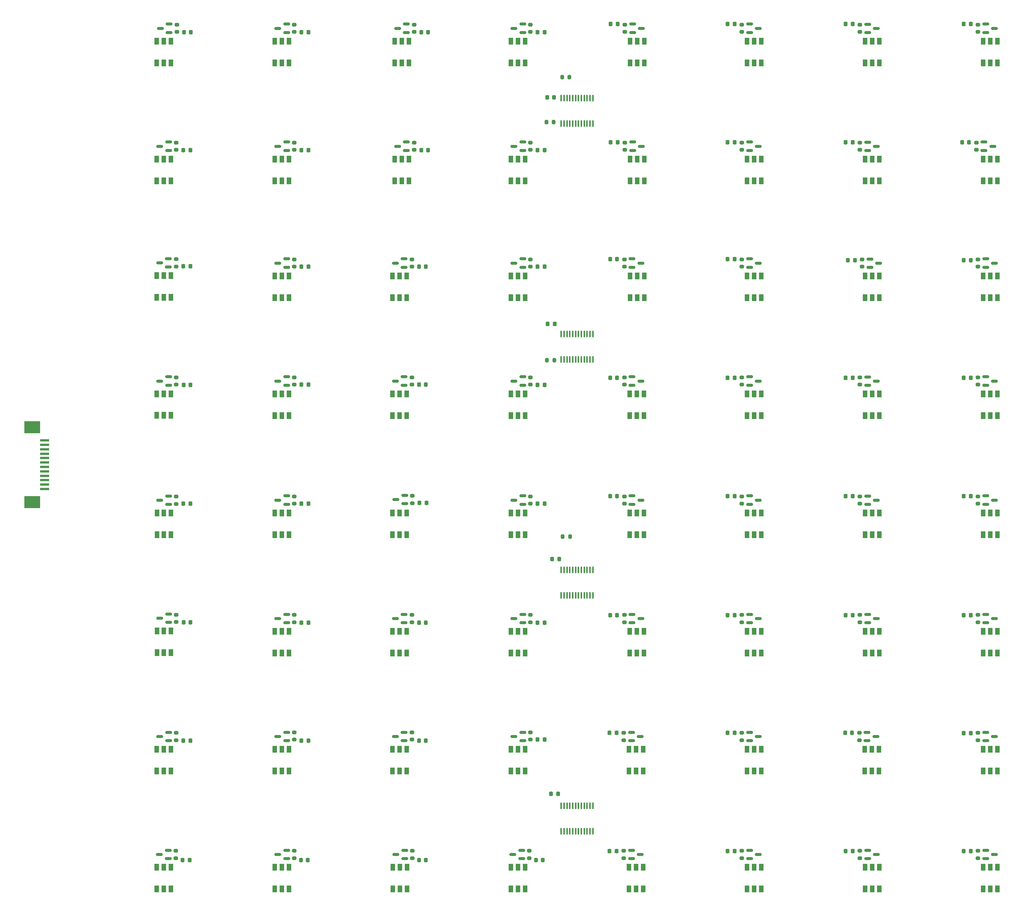
<source format=gbr>
%TF.GenerationSoftware,KiCad,Pcbnew,(6.0.8-1)-1*%
%TF.CreationDate,2022-11-21T17:43:17-05:00*%
%TF.ProjectId,smart-chessboard-board,736d6172-742d-4636-9865-7373626f6172,B*%
%TF.SameCoordinates,Original*%
%TF.FileFunction,Paste,Top*%
%TF.FilePolarity,Positive*%
%FSLAX46Y46*%
G04 Gerber Fmt 4.6, Leading zero omitted, Abs format (unit mm)*
G04 Created by KiCad (PCBNEW (6.0.8-1)-1) date 2022-11-21 17:43:17*
%MOMM*%
%LPD*%
G01*
G04 APERTURE LIST*
G04 Aperture macros list*
%AMRoundRect*
0 Rectangle with rounded corners*
0 $1 Rounding radius*
0 $2 $3 $4 $5 $6 $7 $8 $9 X,Y pos of 4 corners*
0 Add a 4 corners polygon primitive as box body*
4,1,4,$2,$3,$4,$5,$6,$7,$8,$9,$2,$3,0*
0 Add four circle primitives for the rounded corners*
1,1,$1+$1,$2,$3*
1,1,$1+$1,$4,$5*
1,1,$1+$1,$6,$7*
1,1,$1+$1,$8,$9*
0 Add four rect primitives between the rounded corners*
20,1,$1+$1,$2,$3,$4,$5,0*
20,1,$1+$1,$4,$5,$6,$7,0*
20,1,$1+$1,$6,$7,$8,$9,0*
20,1,$1+$1,$8,$9,$2,$3,0*%
G04 Aperture macros list end*
%ADD10RoundRect,0.150000X0.587500X0.150000X-0.587500X0.150000X-0.587500X-0.150000X0.587500X-0.150000X0*%
%ADD11RoundRect,0.150000X-0.587500X-0.150000X0.587500X-0.150000X0.587500X0.150000X-0.587500X0.150000X0*%
%ADD12RoundRect,0.225000X0.225000X0.250000X-0.225000X0.250000X-0.225000X-0.250000X0.225000X-0.250000X0*%
%ADD13R,1.000000X1.500000*%
%ADD14RoundRect,0.200000X0.275000X-0.200000X0.275000X0.200000X-0.275000X0.200000X-0.275000X-0.200000X0*%
%ADD15RoundRect,0.200000X-0.275000X0.200000X-0.275000X-0.200000X0.275000X-0.200000X0.275000X0.200000X0*%
%ADD16RoundRect,0.225000X-0.225000X-0.250000X0.225000X-0.250000X0.225000X0.250000X-0.225000X0.250000X0*%
%ADD17RoundRect,0.200000X-0.200000X-0.275000X0.200000X-0.275000X0.200000X0.275000X-0.200000X0.275000X0*%
%ADD18RoundRect,0.100000X0.100000X-0.637500X0.100000X0.637500X-0.100000X0.637500X-0.100000X-0.637500X0*%
%ADD19R,2.000000X0.610000*%
%ADD20R,3.600000X2.680000*%
G04 APERTURE END LIST*
D10*
%TO.C,U432*%
X320882500Y-185481000D03*
X320882500Y-183581000D03*
D11*
X322882500Y-184531000D03*
%TD*%
D12*
%TO.C,C453*%
X237757000Y-103632000D03*
X236207000Y-103632000D03*
%TD*%
D13*
%TO.C,D202*%
X160325000Y-272452000D03*
X161925000Y-272452000D03*
X163525000Y-272452000D03*
X163525000Y-267552000D03*
X161925000Y-267552000D03*
X160325000Y-267552000D03*
%TD*%
D14*
%TO.C,R410*%
X164719000Y-238696000D03*
X164719000Y-237046000D03*
%TD*%
D11*
%TO.C,U460*%
X216327500Y-76901000D03*
X216327500Y-78801000D03*
D10*
X214327500Y-77851000D03*
%TD*%
D15*
%TO.C,R437*%
X239268000Y-156782000D03*
X239268000Y-158432000D03*
%TD*%
D16*
%TO.C,C402*%
X166217000Y-265938000D03*
X167767000Y-265938000D03*
%TD*%
D14*
%TO.C,R444*%
X218059000Y-131762000D03*
X218059000Y-130112000D03*
%TD*%
D13*
%TO.C,D245*%
X240589000Y-138721000D03*
X242189000Y-138721000D03*
X243789000Y-138721000D03*
X243789000Y-133821000D03*
X242189000Y-133821000D03*
X240589000Y-133821000D03*
%TD*%
D11*
%TO.C,U442*%
X162987500Y-129987000D03*
X162987500Y-131887000D03*
D10*
X160987500Y-130937000D03*
%TD*%
D12*
%TO.C,C440*%
X317513000Y-156845000D03*
X315963000Y-156845000D03*
%TD*%
D13*
%TO.C,D209*%
X133655000Y-245782000D03*
X135255000Y-245782000D03*
X136855000Y-245782000D03*
X136855000Y-240882000D03*
X135255000Y-240882000D03*
X133655000Y-240882000D03*
%TD*%
%TO.C,D237*%
X240462000Y-165391000D03*
X242062000Y-165391000D03*
X243662000Y-165391000D03*
X243662000Y-160491000D03*
X242062000Y-160491000D03*
X240462000Y-160491000D03*
%TD*%
D12*
%TO.C,C446*%
X264173000Y-130048000D03*
X262623000Y-130048000D03*
%TD*%
D14*
%TO.C,R428*%
X218059000Y-185356000D03*
X218059000Y-183706000D03*
%TD*%
D13*
%TO.C,D208*%
X320345000Y-272452000D03*
X321945000Y-272452000D03*
X323545000Y-272452000D03*
X323545000Y-267552000D03*
X321945000Y-267552000D03*
X320345000Y-267552000D03*
%TD*%
D12*
%TO.C,C416*%
X317513000Y-237236000D03*
X315963000Y-237236000D03*
%TD*%
D13*
%TO.C,D238*%
X267005000Y-165391000D03*
X268605000Y-165391000D03*
X270205000Y-165391000D03*
X270205000Y-160491000D03*
X268605000Y-160491000D03*
X267005000Y-160491000D03*
%TD*%
D12*
%TO.C,C439*%
X290843000Y-156859000D03*
X289293000Y-156859000D03*
%TD*%
D15*
%TO.C,R424*%
X319151000Y-210503000D03*
X319151000Y-212153000D03*
%TD*%
D16*
%TO.C,C409*%
X139687000Y-238887000D03*
X141237000Y-238887000D03*
%TD*%
D13*
%TO.C,D257*%
X133655000Y-85635000D03*
X135255000Y-85635000D03*
X136855000Y-85635000D03*
X136855000Y-80735000D03*
X135255000Y-80735000D03*
X133655000Y-80735000D03*
%TD*%
D12*
%TO.C,C455*%
X290843000Y-103646000D03*
X289293000Y-103646000D03*
%TD*%
D11*
%TO.C,U459*%
X190038500Y-76901000D03*
X190038500Y-78801000D03*
D10*
X188038500Y-77851000D03*
%TD*%
%TO.C,U464*%
X320882500Y-78801000D03*
X320882500Y-76901000D03*
D11*
X322882500Y-77851000D03*
%TD*%
D15*
%TO.C,R414*%
X265811000Y-237173000D03*
X265811000Y-238823000D03*
%TD*%
D14*
%TO.C,R417*%
X138073580Y-212083000D03*
X138073580Y-210433000D03*
%TD*%
D13*
%TO.C,D258*%
X160325000Y-85635000D03*
X161925000Y-85635000D03*
X163525000Y-85635000D03*
X163525000Y-80735000D03*
X161925000Y-80735000D03*
X160325000Y-80735000D03*
%TD*%
D10*
%TO.C,U424*%
X320882500Y-212278000D03*
X320882500Y-210378000D03*
D11*
X322882500Y-211328000D03*
%TD*%
D16*
%TO.C,C458*%
X166357000Y-78740000D03*
X167907000Y-78740000D03*
%TD*%
D10*
%TO.C,U445*%
X240999500Y-131887000D03*
X240999500Y-129987000D03*
D11*
X242999500Y-130937000D03*
%TD*%
D13*
%TO.C,D239*%
X293675000Y-165405000D03*
X295275000Y-165405000D03*
X296875000Y-165405000D03*
X296875000Y-160505000D03*
X295275000Y-160505000D03*
X293675000Y-160505000D03*
%TD*%
%TO.C,D263*%
X293675000Y-85649000D03*
X295275000Y-85649000D03*
X296875000Y-85649000D03*
X296875000Y-80749000D03*
X295275000Y-80749000D03*
X293675000Y-80749000D03*
%TD*%
D17*
%TO.C,R303*%
X221679000Y-99060000D03*
X223329000Y-99060000D03*
%TD*%
D14*
%TO.C,R451*%
X191770000Y-105346000D03*
X191770000Y-103696000D03*
%TD*%
D11*
%TO.C,U420*%
X216327500Y-210378000D03*
X216327500Y-212278000D03*
D10*
X214327500Y-211328000D03*
%TD*%
D13*
%TO.C,D231*%
X293675000Y-192329000D03*
X295275000Y-192329000D03*
X296875000Y-192329000D03*
X296875000Y-187429000D03*
X295275000Y-187429000D03*
X293675000Y-187429000D03*
%TD*%
%TO.C,D224*%
X320345000Y-219112000D03*
X321945000Y-219112000D03*
X323545000Y-219112000D03*
X323545000Y-214212000D03*
X321945000Y-214212000D03*
X320345000Y-214212000D03*
%TD*%
D11*
%TO.C,U410*%
X162987500Y-237048000D03*
X162987500Y-238948000D03*
D10*
X160987500Y-237998000D03*
%TD*%
D15*
%TO.C,R439*%
X292481000Y-156796000D03*
X292481000Y-158446000D03*
%TD*%
D10*
%TO.C,U440*%
X320882500Y-158557000D03*
X320882500Y-156657000D03*
D11*
X322882500Y-157607000D03*
%TD*%
D14*
%TO.C,R436*%
X218059000Y-158432000D03*
X218059000Y-156782000D03*
%TD*%
D16*
%TO.C,C460*%
X219697000Y-78740000D03*
X221247000Y-78740000D03*
%TD*%
D11*
%TO.C,U452*%
X216327500Y-103571000D03*
X216327500Y-105471000D03*
D10*
X214327500Y-104521000D03*
%TD*%
D11*
%TO.C,U401*%
X136254500Y-263692600D03*
X136254500Y-265592600D03*
D10*
X134254500Y-264642600D03*
%TD*%
D16*
%TO.C,C401*%
X139497000Y-265912600D03*
X141047000Y-265912600D03*
%TD*%
D13*
%TO.C,D259*%
X187376000Y-85635000D03*
X188976000Y-85635000D03*
X190576000Y-85635000D03*
X190576000Y-80735000D03*
X188976000Y-80735000D03*
X187376000Y-80735000D03*
%TD*%
D10*
%TO.C,U408*%
X320882500Y-265618000D03*
X320882500Y-263718000D03*
D11*
X322882500Y-264668000D03*
%TD*%
D16*
%TO.C,C404*%
X219316000Y-265938000D03*
X220866000Y-265938000D03*
%TD*%
D10*
%TO.C,U429*%
X240999500Y-185481000D03*
X240999500Y-183581000D03*
D11*
X242999500Y-184531000D03*
%TD*%
D12*
%TO.C,C437*%
X237630000Y-156845000D03*
X236080000Y-156845000D03*
%TD*%
D15*
%TO.C,R438*%
X265811000Y-156782000D03*
X265811000Y-158432000D03*
%TD*%
D13*
%TO.C,D213*%
X240335000Y-245782000D03*
X241935000Y-245782000D03*
X243535000Y-245782000D03*
X243535000Y-240882000D03*
X241935000Y-240882000D03*
X240335000Y-240882000D03*
%TD*%
D14*
%TO.C,R457*%
X138176000Y-78676000D03*
X138176000Y-77026000D03*
%TD*%
%TO.C,R401*%
X137986000Y-265467600D03*
X137986000Y-263817600D03*
%TD*%
D13*
%TO.C,D210*%
X160325000Y-245782000D03*
X161925000Y-245782000D03*
X163525000Y-245782000D03*
X163525000Y-240882000D03*
X161925000Y-240882000D03*
X160325000Y-240882000D03*
%TD*%
D14*
%TO.C,R427*%
X191389000Y-185229000D03*
X191389000Y-183579000D03*
%TD*%
D11*
%TO.C,U411*%
X189530500Y-237048000D03*
X189530500Y-238948000D03*
D10*
X187530500Y-237998000D03*
%TD*%
D13*
%TO.C,D261*%
X240589000Y-85635000D03*
X242189000Y-85635000D03*
X243789000Y-85635000D03*
X243789000Y-80735000D03*
X242189000Y-80735000D03*
X240589000Y-80735000D03*
%TD*%
D10*
%TO.C,U453*%
X241126500Y-105471000D03*
X241126500Y-103571000D03*
D11*
X243126500Y-104521000D03*
%TD*%
D14*
%TO.C,R434*%
X164719000Y-158432000D03*
X164719000Y-156782000D03*
%TD*%
D15*
%TO.C,R453*%
X239395000Y-103696000D03*
X239395000Y-105346000D03*
%TD*%
D12*
%TO.C,C422*%
X264173000Y-210566000D03*
X262623000Y-210566000D03*
%TD*%
D13*
%TO.C,D206*%
X267005000Y-272452000D03*
X268605000Y-272452000D03*
X270205000Y-272452000D03*
X270205000Y-267552000D03*
X268605000Y-267552000D03*
X267005000Y-267552000D03*
%TD*%
D18*
%TO.C,U302*%
X225025000Y-206062500D03*
X225675000Y-206062500D03*
X226325000Y-206062500D03*
X226975000Y-206062500D03*
X227625000Y-206062500D03*
X228275000Y-206062500D03*
X228925000Y-206062500D03*
X229575000Y-206062500D03*
X230225000Y-206062500D03*
X230875000Y-206062500D03*
X231525000Y-206062500D03*
X232175000Y-206062500D03*
X232175000Y-200337500D03*
X231525000Y-200337500D03*
X230875000Y-200337500D03*
X230225000Y-200337500D03*
X229575000Y-200337500D03*
X228925000Y-200337500D03*
X228275000Y-200337500D03*
X227625000Y-200337500D03*
X226975000Y-200337500D03*
X226325000Y-200337500D03*
X225675000Y-200337500D03*
X225025000Y-200337500D03*
%TD*%
D15*
%TO.C,R447*%
X292989000Y-130126000D03*
X292989000Y-131776000D03*
%TD*%
D12*
%TO.C,C405*%
X237503000Y-263906000D03*
X235953000Y-263906000D03*
%TD*%
D13*
%TO.C,D205*%
X240335000Y-272452000D03*
X241935000Y-272452000D03*
X243535000Y-272452000D03*
X243535000Y-267552000D03*
X241935000Y-267552000D03*
X240335000Y-267552000D03*
%TD*%
D16*
%TO.C,C428*%
X219697000Y-185293000D03*
X221247000Y-185293000D03*
%TD*%
D10*
%TO.C,U405*%
X240872500Y-265618000D03*
X240872500Y-263718000D03*
D11*
X242872500Y-264668000D03*
%TD*%
D15*
%TO.C,R416*%
X319151000Y-237173000D03*
X319151000Y-238823000D03*
%TD*%
D14*
%TO.C,R411*%
X191262000Y-238696000D03*
X191262000Y-237046000D03*
%TD*%
D12*
%TO.C,C302*%
X224549000Y-197866000D03*
X222999000Y-197866000D03*
%TD*%
D16*
%TO.C,C451*%
X193408000Y-105410000D03*
X194958000Y-105410000D03*
%TD*%
D13*
%TO.C,D241*%
X133639580Y-138685000D03*
X135239580Y-138685000D03*
X136839580Y-138685000D03*
X136839580Y-133785000D03*
X135239580Y-133785000D03*
X133639580Y-133785000D03*
%TD*%
%TO.C,D234*%
X160325000Y-165391000D03*
X161925000Y-165391000D03*
X163525000Y-165391000D03*
X163525000Y-160491000D03*
X161925000Y-160491000D03*
X160325000Y-160491000D03*
%TD*%
D10*
%TO.C,U431*%
X294212500Y-185495000D03*
X294212500Y-183595000D03*
D11*
X296212500Y-184545000D03*
%TD*%
%TO.C,U419*%
X189530500Y-210378000D03*
X189530500Y-212278000D03*
D10*
X187530500Y-211328000D03*
%TD*%
D11*
%TO.C,U412*%
X216327500Y-237048000D03*
X216327500Y-238948000D03*
D10*
X214327500Y-237998000D03*
%TD*%
D16*
%TO.C,C418*%
X166344000Y-212217000D03*
X167894000Y-212217000D03*
%TD*%
D15*
%TO.C,R455*%
X292481000Y-103710000D03*
X292481000Y-105360000D03*
%TD*%
D13*
%TO.C,D242*%
X160325000Y-138721000D03*
X161925000Y-138721000D03*
X163525000Y-138721000D03*
X163525000Y-133821000D03*
X161925000Y-133821000D03*
X160325000Y-133821000D03*
%TD*%
D11*
%TO.C,U451*%
X190038500Y-103571000D03*
X190038500Y-105471000D03*
D10*
X188038500Y-104521000D03*
%TD*%
D14*
%TO.C,R443*%
X191262000Y-131762000D03*
X191262000Y-130112000D03*
%TD*%
D16*
%TO.C,C433*%
X139701580Y-158490000D03*
X141251580Y-158490000D03*
%TD*%
%TO.C,C412*%
X219697000Y-238633000D03*
X221247000Y-238633000D03*
%TD*%
D12*
%TO.C,C454*%
X264173000Y-103632000D03*
X262623000Y-103632000D03*
%TD*%
D14*
%TO.C,R418*%
X164719000Y-212153000D03*
X164719000Y-210503000D03*
%TD*%
D16*
%TO.C,C443*%
X192900000Y-131699000D03*
X194450000Y-131699000D03*
%TD*%
D15*
%TO.C,R407*%
X292481000Y-263843000D03*
X292481000Y-265493000D03*
%TD*%
%TO.C,R423*%
X292481000Y-210517000D03*
X292481000Y-212167000D03*
%TD*%
D16*
%TO.C,C436*%
X219697000Y-158496000D03*
X221247000Y-158496000D03*
%TD*%
%TO.C,C411*%
X192900000Y-238887000D03*
X194450000Y-238887000D03*
%TD*%
D14*
%TO.C,R449*%
X138049000Y-105346000D03*
X138049000Y-103696000D03*
%TD*%
D15*
%TO.C,R405*%
X239141000Y-263843000D03*
X239141000Y-265493000D03*
%TD*%
D13*
%TO.C,D220*%
X213665000Y-219112000D03*
X215265000Y-219112000D03*
X216865000Y-219112000D03*
X216865000Y-214212000D03*
X215265000Y-214212000D03*
X213665000Y-214212000D03*
%TD*%
D12*
%TO.C,C408*%
X317513000Y-263906000D03*
X315963000Y-263906000D03*
%TD*%
D10*
%TO.C,U421*%
X240999500Y-212278000D03*
X240999500Y-210378000D03*
D11*
X242999500Y-211328000D03*
%TD*%
D10*
%TO.C,U415*%
X294085500Y-238962000D03*
X294085500Y-237062000D03*
D11*
X296085500Y-238012000D03*
%TD*%
D12*
%TO.C,C461*%
X237757000Y-76835000D03*
X236207000Y-76835000D03*
%TD*%
D16*
%TO.C,C457*%
X139814000Y-78740000D03*
X141364000Y-78740000D03*
%TD*%
D15*
%TO.C,R408*%
X319151000Y-263843000D03*
X319151000Y-265493000D03*
%TD*%
D14*
%TO.C,R452*%
X218059000Y-105346000D03*
X218059000Y-103696000D03*
%TD*%
D12*
%TO.C,C432*%
X317513000Y-183642000D03*
X315963000Y-183642000D03*
%TD*%
D13*
%TO.C,D252*%
X213665000Y-112305000D03*
X215265000Y-112305000D03*
X216865000Y-112305000D03*
X216865000Y-107405000D03*
X215265000Y-107405000D03*
X213665000Y-107405000D03*
%TD*%
D16*
%TO.C,C450*%
X166357000Y-105410000D03*
X167907000Y-105410000D03*
%TD*%
D11*
%TO.C,U409*%
X136317500Y-237048000D03*
X136317500Y-238948000D03*
D10*
X134317500Y-237998000D03*
%TD*%
%TO.C,U446*%
X267542500Y-131887000D03*
X267542500Y-129987000D03*
D11*
X269542500Y-130937000D03*
%TD*%
D13*
%TO.C,D225*%
X133679580Y-192332000D03*
X135279580Y-192332000D03*
X136879580Y-192332000D03*
X136879580Y-187432000D03*
X135279580Y-187432000D03*
X133679580Y-187432000D03*
%TD*%
D10*
%TO.C,U438*%
X267542500Y-158557000D03*
X267542500Y-156657000D03*
D11*
X269542500Y-157607000D03*
%TD*%
D16*
%TO.C,C426*%
X166357000Y-185293000D03*
X167907000Y-185293000D03*
%TD*%
D11*
%TO.C,U450*%
X162987500Y-103571000D03*
X162987500Y-105471000D03*
D10*
X160987500Y-104521000D03*
%TD*%
D13*
%TO.C,D216*%
X320345000Y-245782000D03*
X321945000Y-245782000D03*
X323545000Y-245782000D03*
X323545000Y-240882000D03*
X321945000Y-240882000D03*
X320345000Y-240882000D03*
%TD*%
%TO.C,D233*%
X133669580Y-165385000D03*
X135269580Y-165385000D03*
X136869580Y-165385000D03*
X136869580Y-160485000D03*
X135269580Y-160485000D03*
X133669580Y-160485000D03*
%TD*%
D10*
%TO.C,U437*%
X240999500Y-158557000D03*
X240999500Y-156657000D03*
D11*
X242999500Y-157607000D03*
%TD*%
D10*
%TO.C,U439*%
X294212500Y-158571000D03*
X294212500Y-156671000D03*
D11*
X296212500Y-157621000D03*
%TD*%
D13*
%TO.C,D247*%
X293675000Y-138735000D03*
X295275000Y-138735000D03*
X296875000Y-138735000D03*
X296875000Y-133835000D03*
X295275000Y-133835000D03*
X293675000Y-133835000D03*
%TD*%
%TO.C,D218*%
X160325000Y-219112000D03*
X161925000Y-219112000D03*
X163525000Y-219112000D03*
X163525000Y-214212000D03*
X161925000Y-214212000D03*
X160325000Y-214212000D03*
%TD*%
%TO.C,D201*%
X133655000Y-272426600D03*
X135255000Y-272426600D03*
X136855000Y-272426600D03*
X136855000Y-267526600D03*
X135255000Y-267526600D03*
X133655000Y-267526600D03*
%TD*%
D16*
%TO.C,C427*%
X193027000Y-185166000D03*
X194577000Y-185166000D03*
%TD*%
%TO.C,C434*%
X166357000Y-158369000D03*
X167907000Y-158369000D03*
%TD*%
D15*
%TO.C,R406*%
X265811000Y-263843000D03*
X265811000Y-265493000D03*
%TD*%
D13*
%TO.C,D228*%
X213665000Y-192315000D03*
X215265000Y-192315000D03*
X216865000Y-192315000D03*
X216865000Y-187415000D03*
X215265000Y-187415000D03*
X213665000Y-187415000D03*
%TD*%
%TO.C,D204*%
X213665000Y-272452000D03*
X215265000Y-272452000D03*
X216865000Y-272452000D03*
X216865000Y-267552000D03*
X215265000Y-267552000D03*
X213665000Y-267552000D03*
%TD*%
D15*
%TO.C,R448*%
X319151000Y-130112000D03*
X319151000Y-131762000D03*
%TD*%
D11*
%TO.C,U458*%
X162987500Y-76901000D03*
X162987500Y-78801000D03*
D10*
X160987500Y-77851000D03*
%TD*%
D11*
%TO.C,U428*%
X216327500Y-183581000D03*
X216327500Y-185481000D03*
D10*
X214327500Y-184531000D03*
%TD*%
D11*
%TO.C,U402*%
X162987500Y-263718000D03*
X162987500Y-265618000D03*
D10*
X160987500Y-264668000D03*
%TD*%
D13*
%TO.C,D260*%
X213665000Y-85635000D03*
X215265000Y-85635000D03*
X216865000Y-85635000D03*
X216865000Y-80735000D03*
X215265000Y-80735000D03*
X213665000Y-80735000D03*
%TD*%
D11*
%TO.C,U418*%
X162987500Y-210378000D03*
X162987500Y-212278000D03*
D10*
X160987500Y-211328000D03*
%TD*%
D11*
%TO.C,U425*%
X136317500Y-183598000D03*
X136317500Y-185498000D03*
D10*
X134317500Y-184548000D03*
%TD*%
D17*
%TO.C,R301*%
X225362000Y-192786000D03*
X227012000Y-192786000D03*
%TD*%
D14*
%TO.C,R433*%
X138063580Y-158426000D03*
X138063580Y-156776000D03*
%TD*%
D12*
%TO.C,C407*%
X290843000Y-263906000D03*
X289293000Y-263906000D03*
%TD*%
D14*
%TO.C,R412*%
X218059000Y-238696000D03*
X218059000Y-237046000D03*
%TD*%
D10*
%TO.C,U447*%
X294720500Y-131901000D03*
X294720500Y-130001000D03*
D11*
X296720500Y-130951000D03*
%TD*%
D14*
%TO.C,R420*%
X218059000Y-212153000D03*
X218059000Y-210503000D03*
%TD*%
D15*
%TO.C,R431*%
X292481000Y-183720000D03*
X292481000Y-185370000D03*
%TD*%
%TO.C,R462*%
X265811000Y-77026000D03*
X265811000Y-78676000D03*
%TD*%
D14*
%TO.C,R460*%
X218059000Y-78676000D03*
X218059000Y-77026000D03*
%TD*%
D10*
%TO.C,U454*%
X267542500Y-105471000D03*
X267542500Y-103571000D03*
D11*
X269542500Y-104521000D03*
%TD*%
D12*
%TO.C,C462*%
X264173000Y-76835000D03*
X262623000Y-76835000D03*
%TD*%
D16*
%TO.C,C449*%
X139687000Y-105410000D03*
X141237000Y-105410000D03*
%TD*%
D13*
%TO.C,D212*%
X213665000Y-245782000D03*
X215265000Y-245782000D03*
X216865000Y-245782000D03*
X216865000Y-240882000D03*
X215265000Y-240882000D03*
X213665000Y-240882000D03*
%TD*%
D15*
%TO.C,R432*%
X319151000Y-183706000D03*
X319151000Y-185356000D03*
%TD*%
%TO.C,R421*%
X239268000Y-210503000D03*
X239268000Y-212153000D03*
%TD*%
D18*
%TO.C,U304*%
X225025000Y-99382500D03*
X225675000Y-99382500D03*
X226325000Y-99382500D03*
X226975000Y-99382500D03*
X227625000Y-99382500D03*
X228275000Y-99382500D03*
X228925000Y-99382500D03*
X229575000Y-99382500D03*
X230225000Y-99382500D03*
X230875000Y-99382500D03*
X231525000Y-99382500D03*
X232175000Y-99382500D03*
X232175000Y-93657500D03*
X231525000Y-93657500D03*
X230875000Y-93657500D03*
X230225000Y-93657500D03*
X229575000Y-93657500D03*
X228925000Y-93657500D03*
X228275000Y-93657500D03*
X227625000Y-93657500D03*
X226975000Y-93657500D03*
X226325000Y-93657500D03*
X225675000Y-93657500D03*
X225025000Y-93657500D03*
%TD*%
D10*
%TO.C,U423*%
X294212500Y-212292000D03*
X294212500Y-210392000D03*
D11*
X296212500Y-211342000D03*
%TD*%
D14*
%TO.C,R404*%
X217805000Y-265493000D03*
X217805000Y-263843000D03*
%TD*%
D15*
%TO.C,R464*%
X319151000Y-77026000D03*
X319151000Y-78676000D03*
%TD*%
D11*
%TO.C,U433*%
X136332080Y-156651000D03*
X136332080Y-158551000D03*
D10*
X134332080Y-157601000D03*
%TD*%
D15*
%TO.C,R445*%
X239268000Y-130112000D03*
X239268000Y-131762000D03*
%TD*%
D12*
%TO.C,C301*%
X224295000Y-250952000D03*
X222745000Y-250952000D03*
%TD*%
D13*
%TO.C,D222*%
X267005000Y-219112000D03*
X268605000Y-219112000D03*
X270205000Y-219112000D03*
X270205000Y-214212000D03*
X268605000Y-214212000D03*
X267005000Y-214212000D03*
%TD*%
D10*
%TO.C,U414*%
X267542500Y-238948000D03*
X267542500Y-237048000D03*
D11*
X269542500Y-237998000D03*
%TD*%
D13*
%TO.C,D214*%
X267005000Y-245782000D03*
X268605000Y-245782000D03*
X270205000Y-245782000D03*
X270205000Y-240882000D03*
X268605000Y-240882000D03*
X267005000Y-240882000D03*
%TD*%
D10*
%TO.C,U461*%
X241126500Y-78801000D03*
X241126500Y-76901000D03*
D11*
X243126500Y-77851000D03*
%TD*%
D12*
%TO.C,C304*%
X223406000Y-93472000D03*
X221856000Y-93472000D03*
%TD*%
%TO.C,C423*%
X290843000Y-210580000D03*
X289293000Y-210580000D03*
%TD*%
D10*
%TO.C,U455*%
X294212500Y-105485000D03*
X294212500Y-103585000D03*
D11*
X296212500Y-104535000D03*
%TD*%
D13*
%TO.C,D217*%
X133679580Y-219042000D03*
X135279580Y-219042000D03*
X136879580Y-219042000D03*
X136879580Y-214142000D03*
X135279580Y-214142000D03*
X133679580Y-214142000D03*
%TD*%
D12*
%TO.C,C456*%
X317132000Y-103632000D03*
X315582000Y-103632000D03*
%TD*%
D11*
%TO.C,U404*%
X216073500Y-263718000D03*
X216073500Y-265618000D03*
D10*
X214073500Y-264668000D03*
%TD*%
D15*
%TO.C,R440*%
X319151000Y-156782000D03*
X319151000Y-158432000D03*
%TD*%
D16*
%TO.C,C420*%
X219697000Y-212217000D03*
X221247000Y-212217000D03*
%TD*%
D13*
%TO.C,D264*%
X320345000Y-85635000D03*
X321945000Y-85635000D03*
X323545000Y-85635000D03*
X323545000Y-80735000D03*
X321945000Y-80735000D03*
X320345000Y-80735000D03*
%TD*%
D16*
%TO.C,C403*%
X192900000Y-265938000D03*
X194450000Y-265938000D03*
%TD*%
D10*
%TO.C,U413*%
X240872500Y-238948000D03*
X240872500Y-237048000D03*
D11*
X242872500Y-237998000D03*
%TD*%
D16*
%TO.C,C459*%
X193408000Y-78740000D03*
X194958000Y-78740000D03*
%TD*%
D12*
%TO.C,C448*%
X317513000Y-130302000D03*
X315963000Y-130302000D03*
%TD*%
D16*
%TO.C,C425*%
X139687000Y-185293000D03*
X141237000Y-185293000D03*
%TD*%
D15*
%TO.C,R456*%
X318770000Y-103696000D03*
X318770000Y-105346000D03*
%TD*%
D10*
%TO.C,U416*%
X320882500Y-238948000D03*
X320882500Y-237048000D03*
D11*
X322882500Y-237998000D03*
%TD*%
D13*
%TO.C,D232*%
X320345000Y-192315000D03*
X321945000Y-192315000D03*
X323545000Y-192315000D03*
X323545000Y-187415000D03*
X321945000Y-187415000D03*
X320345000Y-187415000D03*
%TD*%
%TO.C,D219*%
X186868000Y-219112000D03*
X188468000Y-219112000D03*
X190068000Y-219112000D03*
X190068000Y-214212000D03*
X188468000Y-214212000D03*
X186868000Y-214212000D03*
%TD*%
D16*
%TO.C,C419*%
X192900000Y-212217000D03*
X194450000Y-212217000D03*
%TD*%
D14*
%TO.C,R409*%
X138049000Y-238823000D03*
X138049000Y-237173000D03*
%TD*%
%TO.C,R425*%
X138049000Y-185373000D03*
X138049000Y-183723000D03*
%TD*%
D11*
%TO.C,U427*%
X189657500Y-183454000D03*
X189657500Y-185354000D03*
D10*
X187657500Y-184404000D03*
%TD*%
D15*
%TO.C,R429*%
X239268000Y-183706000D03*
X239268000Y-185356000D03*
%TD*%
D10*
%TO.C,U422*%
X267542500Y-212278000D03*
X267542500Y-210378000D03*
D11*
X269542500Y-211328000D03*
%TD*%
D13*
%TO.C,D246*%
X267005000Y-138721000D03*
X268605000Y-138721000D03*
X270205000Y-138721000D03*
X270205000Y-133821000D03*
X268605000Y-133821000D03*
X267005000Y-133821000D03*
%TD*%
D12*
%TO.C,C445*%
X237630000Y-130048000D03*
X236080000Y-130048000D03*
%TD*%
D13*
%TO.C,D230*%
X267005000Y-192315000D03*
X268605000Y-192315000D03*
X270205000Y-192315000D03*
X270205000Y-187415000D03*
X268605000Y-187415000D03*
X267005000Y-187415000D03*
%TD*%
D10*
%TO.C,U463*%
X294212500Y-78815000D03*
X294212500Y-76915000D03*
D11*
X296212500Y-77865000D03*
%TD*%
D10*
%TO.C,U430*%
X267542500Y-185481000D03*
X267542500Y-183581000D03*
D11*
X269542500Y-184531000D03*
%TD*%
D13*
%TO.C,D250*%
X160325000Y-112305000D03*
X161925000Y-112305000D03*
X163525000Y-112305000D03*
X163525000Y-107405000D03*
X161925000Y-107405000D03*
X160325000Y-107405000D03*
%TD*%
%TO.C,D248*%
X320345000Y-138721000D03*
X321945000Y-138721000D03*
X323545000Y-138721000D03*
X323545000Y-133821000D03*
X321945000Y-133821000D03*
X320345000Y-133821000D03*
%TD*%
D12*
%TO.C,C431*%
X290843000Y-183656000D03*
X289293000Y-183656000D03*
%TD*%
D11*
%TO.C,U434*%
X162987500Y-156657000D03*
X162987500Y-158557000D03*
D10*
X160987500Y-157607000D03*
%TD*%
D13*
%TO.C,D207*%
X293675000Y-272452000D03*
X295275000Y-272452000D03*
X296875000Y-272452000D03*
X296875000Y-267552000D03*
X295275000Y-267552000D03*
X293675000Y-267552000D03*
%TD*%
D15*
%TO.C,R446*%
X265811000Y-130112000D03*
X265811000Y-131762000D03*
%TD*%
D11*
%TO.C,U443*%
X189530500Y-129987000D03*
X189530500Y-131887000D03*
D10*
X187530500Y-130937000D03*
%TD*%
D13*
%TO.C,D223*%
X293675000Y-219126000D03*
X295275000Y-219126000D03*
X296875000Y-219126000D03*
X296875000Y-214226000D03*
X295275000Y-214226000D03*
X293675000Y-214226000D03*
%TD*%
D12*
%TO.C,C414*%
X264173000Y-237109000D03*
X262623000Y-237109000D03*
%TD*%
%TO.C,C406*%
X264173000Y-263906000D03*
X262623000Y-263906000D03*
%TD*%
%TO.C,C424*%
X317513000Y-210566000D03*
X315963000Y-210566000D03*
%TD*%
D14*
%TO.C,R426*%
X164719000Y-185356000D03*
X164719000Y-183706000D03*
%TD*%
D12*
%TO.C,C447*%
X291351000Y-130316000D03*
X289801000Y-130316000D03*
%TD*%
D11*
%TO.C,U417*%
X136342080Y-210308000D03*
X136342080Y-212208000D03*
D10*
X134342080Y-211258000D03*
%TD*%
D12*
%TO.C,C438*%
X264173000Y-156845000D03*
X262623000Y-156845000D03*
%TD*%
%TO.C,C413*%
X237503000Y-237109000D03*
X235953000Y-237109000D03*
%TD*%
D10*
%TO.C,U456*%
X320501500Y-105471000D03*
X320501500Y-103571000D03*
D11*
X322501500Y-104521000D03*
%TD*%
D18*
%TO.C,U301*%
X225025000Y-259402500D03*
X225675000Y-259402500D03*
X226325000Y-259402500D03*
X226975000Y-259402500D03*
X227625000Y-259402500D03*
X228275000Y-259402500D03*
X228925000Y-259402500D03*
X229575000Y-259402500D03*
X230225000Y-259402500D03*
X230875000Y-259402500D03*
X231525000Y-259402500D03*
X232175000Y-259402500D03*
X232175000Y-253677500D03*
X231525000Y-253677500D03*
X230875000Y-253677500D03*
X230225000Y-253677500D03*
X229575000Y-253677500D03*
X228925000Y-253677500D03*
X228275000Y-253677500D03*
X227625000Y-253677500D03*
X226975000Y-253677500D03*
X226325000Y-253677500D03*
X225675000Y-253677500D03*
X225025000Y-253677500D03*
%TD*%
D13*
%TO.C,D254*%
X267005000Y-112305000D03*
X268605000Y-112305000D03*
X270205000Y-112305000D03*
X270205000Y-107405000D03*
X268605000Y-107405000D03*
X267005000Y-107405000D03*
%TD*%
D14*
%TO.C,R442*%
X164719000Y-131762000D03*
X164719000Y-130112000D03*
%TD*%
D16*
%TO.C,C444*%
X219697000Y-131699000D03*
X221247000Y-131699000D03*
%TD*%
D12*
%TO.C,C463*%
X290843000Y-76849000D03*
X289293000Y-76849000D03*
%TD*%
D13*
%TO.C,D221*%
X240462000Y-219112000D03*
X242062000Y-219112000D03*
X243662000Y-219112000D03*
X243662000Y-214212000D03*
X242062000Y-214212000D03*
X240462000Y-214212000D03*
%TD*%
D12*
%TO.C,C464*%
X317513000Y-76835000D03*
X315963000Y-76835000D03*
%TD*%
D14*
%TO.C,R435*%
X191262000Y-158432000D03*
X191262000Y-156782000D03*
%TD*%
D17*
%TO.C,R302*%
X221806000Y-152908000D03*
X223456000Y-152908000D03*
%TD*%
D10*
%TO.C,U406*%
X267542500Y-265618000D03*
X267542500Y-263718000D03*
D11*
X269542500Y-264668000D03*
%TD*%
D19*
%TO.C,J101*%
X108353000Y-171030000D03*
X108353000Y-172030000D03*
X108353000Y-173030000D03*
X108353000Y-174030000D03*
X108353000Y-175030000D03*
X108353000Y-176030000D03*
X108353000Y-177030000D03*
X108353000Y-178030000D03*
X108353000Y-179030000D03*
X108353000Y-180030000D03*
X108353000Y-181030000D03*
X108353000Y-182030000D03*
D20*
X105553000Y-185020000D03*
X105553000Y-168040000D03*
%TD*%
D11*
%TO.C,U426*%
X162987500Y-183581000D03*
X162987500Y-185481000D03*
D10*
X160987500Y-184531000D03*
%TD*%
D13*
%TO.C,D262*%
X267005000Y-85635000D03*
X268605000Y-85635000D03*
X270205000Y-85635000D03*
X270205000Y-80735000D03*
X268605000Y-80735000D03*
X267005000Y-80735000D03*
%TD*%
D14*
%TO.C,R403*%
X191389000Y-265493000D03*
X191389000Y-263843000D03*
%TD*%
D18*
%TO.C,U303*%
X225025000Y-152722500D03*
X225675000Y-152722500D03*
X226325000Y-152722500D03*
X226975000Y-152722500D03*
X227625000Y-152722500D03*
X228275000Y-152722500D03*
X228925000Y-152722500D03*
X229575000Y-152722500D03*
X230225000Y-152722500D03*
X230875000Y-152722500D03*
X231525000Y-152722500D03*
X232175000Y-152722500D03*
X232175000Y-146997500D03*
X231525000Y-146997500D03*
X230875000Y-146997500D03*
X230225000Y-146997500D03*
X229575000Y-146997500D03*
X228925000Y-146997500D03*
X228275000Y-146997500D03*
X227625000Y-146997500D03*
X226975000Y-146997500D03*
X226325000Y-146997500D03*
X225675000Y-146997500D03*
X225025000Y-146997500D03*
%TD*%
D13*
%TO.C,D244*%
X213665000Y-138721000D03*
X215265000Y-138721000D03*
X216865000Y-138721000D03*
X216865000Y-133821000D03*
X215265000Y-133821000D03*
X213665000Y-133821000D03*
%TD*%
D16*
%TO.C,C435*%
X192900000Y-158369000D03*
X194450000Y-158369000D03*
%TD*%
D13*
%TO.C,D215*%
X293548000Y-245796000D03*
X295148000Y-245796000D03*
X296748000Y-245796000D03*
X296748000Y-240896000D03*
X295148000Y-240896000D03*
X293548000Y-240896000D03*
%TD*%
%TO.C,D255*%
X293675000Y-112319000D03*
X295275000Y-112319000D03*
X296875000Y-112319000D03*
X296875000Y-107419000D03*
X295275000Y-107419000D03*
X293675000Y-107419000D03*
%TD*%
%TO.C,D203*%
X186995000Y-272452000D03*
X188595000Y-272452000D03*
X190195000Y-272452000D03*
X190195000Y-267552000D03*
X188595000Y-267552000D03*
X186995000Y-267552000D03*
%TD*%
%TO.C,D229*%
X240462000Y-192315000D03*
X242062000Y-192315000D03*
X243662000Y-192315000D03*
X243662000Y-187415000D03*
X242062000Y-187415000D03*
X240462000Y-187415000D03*
%TD*%
D17*
%TO.C,R304*%
X225235000Y-88900000D03*
X226885000Y-88900000D03*
%TD*%
D12*
%TO.C,C430*%
X264173000Y-183642000D03*
X262623000Y-183642000D03*
%TD*%
D10*
%TO.C,U462*%
X267542500Y-78801000D03*
X267542500Y-76901000D03*
D11*
X269542500Y-77851000D03*
%TD*%
D15*
%TO.C,R430*%
X265811000Y-183706000D03*
X265811000Y-185356000D03*
%TD*%
D12*
%TO.C,C303*%
X223533000Y-144653000D03*
X221983000Y-144653000D03*
%TD*%
D10*
%TO.C,U448*%
X320882500Y-131887000D03*
X320882500Y-129987000D03*
D11*
X322882500Y-130937000D03*
%TD*%
D15*
%TO.C,R413*%
X239141000Y-237173000D03*
X239141000Y-238823000D03*
%TD*%
%TO.C,R415*%
X292354000Y-237187000D03*
X292354000Y-238837000D03*
%TD*%
D11*
%TO.C,U435*%
X189530500Y-156657000D03*
X189530500Y-158557000D03*
D10*
X187530500Y-157607000D03*
%TD*%
D16*
%TO.C,C452*%
X219697000Y-105410000D03*
X221247000Y-105410000D03*
%TD*%
D10*
%TO.C,U407*%
X294212500Y-265618000D03*
X294212500Y-263718000D03*
D11*
X296212500Y-264668000D03*
%TD*%
D13*
%TO.C,D251*%
X187376000Y-112305000D03*
X188976000Y-112305000D03*
X190576000Y-112305000D03*
X190576000Y-107405000D03*
X188976000Y-107405000D03*
X187376000Y-107405000D03*
%TD*%
%TO.C,D227*%
X186868000Y-192315000D03*
X188468000Y-192315000D03*
X190068000Y-192315000D03*
X190068000Y-187415000D03*
X188468000Y-187415000D03*
X186868000Y-187415000D03*
%TD*%
%TO.C,D211*%
X186868000Y-245782000D03*
X188468000Y-245782000D03*
X190068000Y-245782000D03*
X190068000Y-240882000D03*
X188468000Y-240882000D03*
X186868000Y-240882000D03*
%TD*%
%TO.C,D240*%
X320345000Y-165391000D03*
X321945000Y-165391000D03*
X323545000Y-165391000D03*
X323545000Y-160491000D03*
X321945000Y-160491000D03*
X320345000Y-160491000D03*
%TD*%
%TO.C,D256*%
X320345000Y-112305000D03*
X321945000Y-112305000D03*
X323545000Y-112305000D03*
X323545000Y-107405000D03*
X321945000Y-107405000D03*
X320345000Y-107405000D03*
%TD*%
D15*
%TO.C,R463*%
X292481000Y-77040000D03*
X292481000Y-78690000D03*
%TD*%
D11*
%TO.C,U403*%
X189657500Y-263718000D03*
X189657500Y-265618000D03*
D10*
X187657500Y-264668000D03*
%TD*%
D13*
%TO.C,D253*%
X240589000Y-112305000D03*
X242189000Y-112305000D03*
X243789000Y-112305000D03*
X243789000Y-107405000D03*
X242189000Y-107405000D03*
X240589000Y-107405000D03*
%TD*%
D11*
%TO.C,U444*%
X216327500Y-129987000D03*
X216327500Y-131887000D03*
D10*
X214327500Y-130937000D03*
%TD*%
D12*
%TO.C,C429*%
X237630000Y-183642000D03*
X236080000Y-183642000D03*
%TD*%
D14*
%TO.C,R402*%
X164668200Y-265493000D03*
X164668200Y-263843000D03*
%TD*%
D11*
%TO.C,U449*%
X136317500Y-103571000D03*
X136317500Y-105471000D03*
D10*
X134317500Y-104521000D03*
%TD*%
D14*
%TO.C,R450*%
X164719000Y-105346000D03*
X164719000Y-103696000D03*
%TD*%
D16*
%TO.C,C410*%
X166357000Y-238887000D03*
X167907000Y-238887000D03*
%TD*%
D13*
%TO.C,D236*%
X213665000Y-165391000D03*
X215265000Y-165391000D03*
X216865000Y-165391000D03*
X216865000Y-160491000D03*
X215265000Y-160491000D03*
X213665000Y-160491000D03*
%TD*%
D11*
%TO.C,U436*%
X216327500Y-156657000D03*
X216327500Y-158557000D03*
D10*
X214327500Y-157607000D03*
%TD*%
D14*
%TO.C,R419*%
X191262000Y-212153000D03*
X191262000Y-210503000D03*
%TD*%
D16*
%TO.C,C417*%
X139711580Y-212147000D03*
X141261580Y-212147000D03*
%TD*%
D13*
%TO.C,D243*%
X186868000Y-138721000D03*
X188468000Y-138721000D03*
X190068000Y-138721000D03*
X190068000Y-133821000D03*
X188468000Y-133821000D03*
X186868000Y-133821000D03*
%TD*%
%TO.C,D249*%
X133655000Y-112305000D03*
X135255000Y-112305000D03*
X136855000Y-112305000D03*
X136855000Y-107405000D03*
X135255000Y-107405000D03*
X133655000Y-107405000D03*
%TD*%
D12*
%TO.C,C421*%
X237630000Y-210566000D03*
X236080000Y-210566000D03*
%TD*%
D13*
%TO.C,D235*%
X186868000Y-165391000D03*
X188468000Y-165391000D03*
X190068000Y-165391000D03*
X190068000Y-160491000D03*
X188468000Y-160491000D03*
X186868000Y-160491000D03*
%TD*%
D16*
%TO.C,C441*%
X139671580Y-131663000D03*
X141221580Y-131663000D03*
%TD*%
D15*
%TO.C,R454*%
X265811000Y-103696000D03*
X265811000Y-105346000D03*
%TD*%
D14*
%TO.C,R459*%
X191770000Y-78676000D03*
X191770000Y-77026000D03*
%TD*%
D12*
%TO.C,C415*%
X290716000Y-237123000D03*
X289166000Y-237123000D03*
%TD*%
D13*
%TO.C,D226*%
X160325000Y-192315000D03*
X161925000Y-192315000D03*
X163525000Y-192315000D03*
X163525000Y-187415000D03*
X161925000Y-187415000D03*
X160325000Y-187415000D03*
%TD*%
D14*
%TO.C,R458*%
X164719000Y-78676000D03*
X164719000Y-77026000D03*
%TD*%
D11*
%TO.C,U457*%
X136444500Y-76901000D03*
X136444500Y-78801000D03*
D10*
X134444500Y-77851000D03*
%TD*%
D16*
%TO.C,C442*%
X166357000Y-131699000D03*
X167907000Y-131699000D03*
%TD*%
D14*
%TO.C,R441*%
X138033580Y-131726000D03*
X138033580Y-130076000D03*
%TD*%
D15*
%TO.C,R461*%
X239395000Y-77026000D03*
X239395000Y-78676000D03*
%TD*%
D11*
%TO.C,U441*%
X136302080Y-129951000D03*
X136302080Y-131851000D03*
D10*
X134302080Y-130901000D03*
%TD*%
D15*
%TO.C,R422*%
X265811000Y-210503000D03*
X265811000Y-212153000D03*
%TD*%
M02*

</source>
